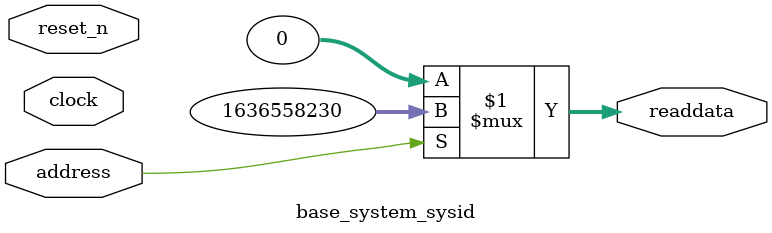
<source format=v>



// synthesis translate_off
`timescale 1ns / 1ps
// synthesis translate_on

// turn off superfluous verilog processor warnings 
// altera message_level Level1 
// altera message_off 10034 10035 10036 10037 10230 10240 10030 

module base_system_sysid (
               // inputs:
                address,
                clock,
                reset_n,

               // outputs:
                readdata
             )
;

  output  [ 31: 0] readdata;
  input            address;
  input            clock;
  input            reset_n;

  wire    [ 31: 0] readdata;
  //control_slave, which is an e_avalon_slave
  assign readdata = address ? 1636558230 : 0;

endmodule



</source>
